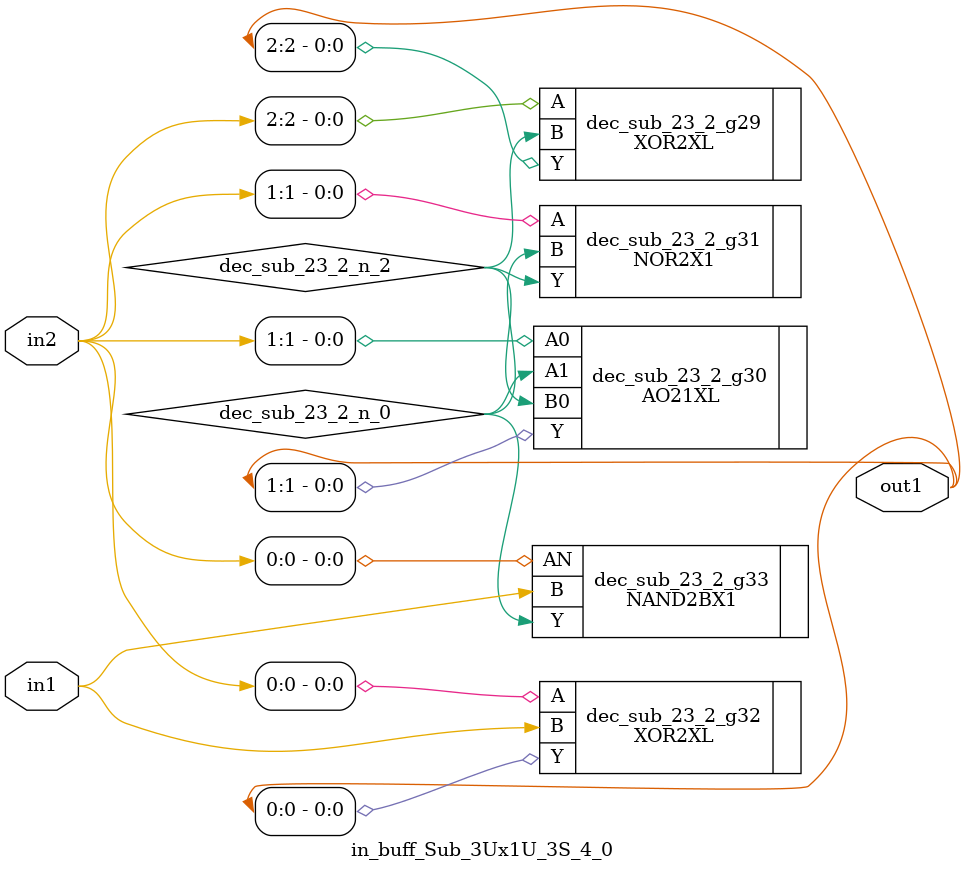
<source format=v>
`timescale 1ps / 1ps


module in_buff_Sub_3Ux1U_3S_4_0(in2, in1, out1);
  input [2:0] in2;
  input in1;
  output [2:0] out1;
  wire [2:0] in2;
  wire in1;
  wire [2:0] out1;
  wire dec_sub_23_2_n_0, dec_sub_23_2_n_2;
  XOR2XL dec_sub_23_2_g29(.A (in2[2]), .B (dec_sub_23_2_n_2), .Y
       (out1[2]));
  AO21XL dec_sub_23_2_g30(.A0 (in2[1]), .A1 (dec_sub_23_2_n_0), .B0
       (dec_sub_23_2_n_2), .Y (out1[1]));
  NOR2X1 dec_sub_23_2_g31(.A (in2[1]), .B (dec_sub_23_2_n_0), .Y
       (dec_sub_23_2_n_2));
  XOR2XL dec_sub_23_2_g32(.A (in2[0]), .B (in1), .Y (out1[0]));
  NAND2BX1 dec_sub_23_2_g33(.AN (in2[0]), .B (in1), .Y
       (dec_sub_23_2_n_0));
endmodule



</source>
